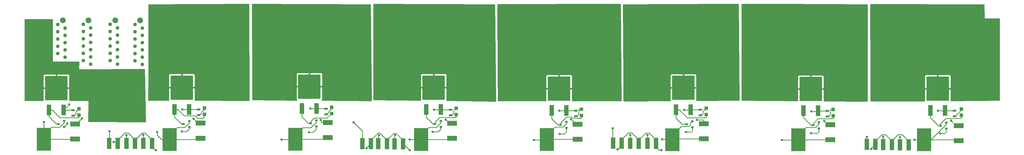
<source format=gbr>
G04 #@! TF.GenerationSoftware,KiCad,Pcbnew,5.0.2-bee76a0~70~ubuntu16.04.1*
G04 #@! TF.CreationDate,2019-11-05T16:08:15-05:00*
G04 #@! TF.ProjectId,DA_Board_2,44415f42-6f61-4726-945f-322e6b696361,rev?*
G04 #@! TF.SameCoordinates,Original*
G04 #@! TF.FileFunction,Copper,L1,Top*
G04 #@! TF.FilePolarity,Positive*
%FSLAX46Y46*%
G04 Gerber Fmt 4.6, Leading zero omitted, Abs format (unit mm)*
G04 Created by KiCad (PCBNEW 5.0.2-bee76a0~70~ubuntu16.04.1) date Tue 05 Nov 2019 04:08:15 PM EST*
%MOMM*%
%LPD*%
G01*
G04 APERTURE LIST*
G04 #@! TA.AperFunction,SMDPad,CuDef*
%ADD10R,1.200000X1.200000*%
G04 #@! TD*
G04 #@! TA.AperFunction,SMDPad,CuDef*
%ADD11R,3.500000X1.780000*%
G04 #@! TD*
G04 #@! TA.AperFunction,ComponentPad*
%ADD12C,1.300000*%
G04 #@! TD*
G04 #@! TA.AperFunction,ComponentPad*
%ADD13C,2.000000*%
G04 #@! TD*
G04 #@! TA.AperFunction,SMDPad,CuDef*
%ADD14R,1.650000X3.810000*%
G04 #@! TD*
G04 #@! TA.AperFunction,SMDPad,CuDef*
%ADD15R,7.870000X8.510000*%
G04 #@! TD*
G04 #@! TA.AperFunction,SMDPad,CuDef*
%ADD16R,1.300000X0.700000*%
G04 #@! TD*
G04 #@! TA.AperFunction,SMDPad,CuDef*
%ADD17R,1.500000X4.000000*%
G04 #@! TD*
G04 #@! TA.AperFunction,SMDPad,CuDef*
%ADD18R,0.900000X0.800000*%
G04 #@! TD*
G04 #@! TA.AperFunction,SMDPad,CuDef*
%ADD19R,5.000000X8.000000*%
G04 #@! TD*
G04 #@! TA.AperFunction,ViaPad*
%ADD20C,0.800000*%
G04 #@! TD*
G04 #@! TA.AperFunction,Conductor*
%ADD21C,0.254000*%
G04 #@! TD*
G04 APERTURE END LIST*
D10*
G04 #@! TO.P,D1,1*
G04 #@! TO.N,Net-(D1-Pad1)*
X303631600Y-125798400D03*
G04 #@! TO.P,D1,2*
G04 #@! TO.N,Net-(D1-Pad2)*
X303631600Y-127998400D03*
G04 #@! TD*
G04 #@! TO.P,D3,2*
G04 #@! TO.N,Net-(D3-Pad2)*
X259029200Y-128143000D03*
G04 #@! TO.P,D3,1*
G04 #@! TO.N,Net-(D3-Pad1)*
X259029200Y-125943000D03*
G04 #@! TD*
G04 #@! TO.P,D5,1*
G04 #@! TO.N,Net-(D5-Pad1)*
X214960200Y-125519000D03*
G04 #@! TO.P,D5,2*
G04 #@! TO.N,Net-(D5-Pad2)*
X214960200Y-127719000D03*
G04 #@! TD*
G04 #@! TO.P,D7,1*
G04 #@! TO.N,Net-(D7-Pad1)*
X171627800Y-125823800D03*
G04 #@! TO.P,D7,2*
G04 #@! TO.N,Net-(D7-Pad2)*
X171627800Y-128023800D03*
G04 #@! TD*
G04 #@! TO.P,D9,2*
G04 #@! TO.N,Net-(D9-Pad2)*
X128117600Y-127693600D03*
G04 #@! TO.P,D9,1*
G04 #@! TO.N,Net-(D9-Pad1)*
X128117600Y-125493600D03*
G04 #@! TD*
G04 #@! TO.P,D11,2*
G04 #@! TO.N,Net-(D11-Pad2)*
X84785200Y-127388800D03*
G04 #@! TO.P,D11,1*
G04 #@! TO.N,Net-(D11-Pad1)*
X84785200Y-125188800D03*
G04 #@! TD*
G04 #@! TO.P,D13,2*
G04 #@! TO.N,Net-(D13-Pad2)*
X40614600Y-127617400D03*
G04 #@! TO.P,D13,1*
G04 #@! TO.N,Net-(D13-Pad1)*
X40614600Y-125417400D03*
G04 #@! TD*
G04 #@! TO.P,D15,1*
G04 #@! TO.N,Net-(D15-Pad1)*
X-2997200Y-125689000D03*
G04 #@! TO.P,D15,2*
G04 #@! TO.N,Net-(D15-Pad2)*
X-2997200Y-127889000D03*
G04 #@! TD*
D11*
G04 #@! TO.P,F1,2*
G04 #@! TO.N,/C1*
X302641000Y-131626000D03*
G04 #@! TO.P,F1,1*
G04 #@! TO.N,/PWR2*
X302641000Y-136906000D03*
G04 #@! TD*
G04 #@! TO.P,F3,1*
G04 #@! TO.N,/PWR4*
X258064000Y-136550400D03*
G04 #@! TO.P,F3,2*
G04 #@! TO.N,/C3*
X258064000Y-131270400D03*
G04 #@! TD*
G04 #@! TO.P,F5,2*
G04 #@! TO.N,/C5*
X214096600Y-130914800D03*
G04 #@! TO.P,F5,1*
G04 #@! TO.N,/PWR6*
X214096600Y-136194800D03*
G04 #@! TD*
G04 #@! TO.P,F7,1*
G04 #@! TO.N,/PWR8*
X170205400Y-136372600D03*
G04 #@! TO.P,F7,2*
G04 #@! TO.N,/C7*
X170205400Y-131092600D03*
G04 #@! TD*
G04 #@! TO.P,F9,2*
G04 #@! TO.N,/C9*
X126644400Y-130762400D03*
G04 #@! TO.P,F9,1*
G04 #@! TO.N,/PWR10*
X126644400Y-136042400D03*
G04 #@! TD*
G04 #@! TO.P,F11,1*
G04 #@! TO.N,/PWR12*
X83489800Y-135763000D03*
G04 #@! TO.P,F11,2*
G04 #@! TO.N,/C11*
X83489800Y-130483000D03*
G04 #@! TD*
G04 #@! TO.P,F13,2*
G04 #@! TO.N,/C13*
X39293800Y-130711600D03*
G04 #@! TO.P,F13,1*
G04 #@! TO.N,/PWR14*
X39293800Y-135991600D03*
G04 #@! TD*
G04 #@! TO.P,F15,1*
G04 #@! TO.N,/PWR16*
X-4343400Y-136296400D03*
G04 #@! TO.P,F15,2*
G04 #@! TO.N,/C15*
X-4343400Y-131016400D03*
G04 #@! TD*
D12*
G04 #@! TO.P,J1,5*
G04 #@! TO.N,/C11_T2*
X-1473200Y-101244400D03*
G04 #@! TO.P,J1,3*
G04 #@! TO.N,/PWR10*
X-1473200Y-98704400D03*
G04 #@! TO.P,J1,1*
G04 #@! TO.N,/PWR9*
X-1473200Y-96164400D03*
G04 #@! TO.P,J1,7*
G04 #@! TO.N,/C11*
X-1473200Y-103784400D03*
G04 #@! TO.P,J1,2*
G04 #@! TO.N,/Q9*
X1066800Y-97434400D03*
G04 #@! TO.P,J1,4*
G04 #@! TO.N,/C11_T3*
X1066800Y-99974400D03*
G04 #@! TO.P,J1,6*
G04 #@! TO.N,/C11_T1*
X1066800Y-102514400D03*
G04 #@! TO.P,J1,8*
G04 #@! TO.N,/PWR11*
X1066800Y-105054400D03*
G04 #@! TO.P,J1,9*
G04 #@! TO.N,/Q11*
X-1473200Y-106324400D03*
G04 #@! TO.P,J1,10*
G04 #@! TO.N,/PWR12*
X1066800Y-107594400D03*
G04 #@! TO.P,J1,11*
G04 #@! TO.N,/C13*
X-1473200Y-108864400D03*
G04 #@! TO.P,J1,12*
G04 #@! TO.N,/PWR13*
X1066800Y-110134400D03*
D13*
G04 #@! TO.P,J1,13*
G04 #@! TO.N,N/C*
X326800Y-94764400D03*
G04 #@! TD*
G04 #@! TO.P,J2,13*
G04 #@! TO.N,N/C*
X9610500Y-94751700D03*
D12*
G04 #@! TO.P,J2,12*
G04 #@! TO.N,/C9*
X10350500Y-110121700D03*
G04 #@! TO.P,J2,11*
G04 #@! TO.N,/PWR8*
X7810500Y-108851700D03*
G04 #@! TO.P,J2,10*
G04 #@! TO.N,/Q7*
X10350500Y-107581700D03*
G04 #@! TO.P,J2,9*
G04 #@! TO.N,/PWR7*
X7810500Y-106311700D03*
G04 #@! TO.P,J2,8*
G04 #@! TO.N,/C7*
X10350500Y-105041700D03*
G04 #@! TO.P,J2,6*
G04 #@! TO.N,/C7_T2*
X10350500Y-102501700D03*
G04 #@! TO.P,J2,4*
G04 #@! TO.N,/PWR6*
X10350500Y-99961700D03*
G04 #@! TO.P,J2,2*
G04 #@! TO.N,/PWR5*
X10350500Y-97421700D03*
G04 #@! TO.P,J2,7*
G04 #@! TO.N,/C7_T1*
X7810500Y-103771700D03*
G04 #@! TO.P,J2,1*
G04 #@! TO.N,Net-(J2-Pad1)*
X7810500Y-96151700D03*
G04 #@! TO.P,J2,3*
G04 #@! TO.N,/Q5*
X7810500Y-98691700D03*
G04 #@! TO.P,J2,5*
G04 #@! TO.N,/C7_T3*
X7810500Y-101231700D03*
G04 #@! TD*
G04 #@! TO.P,J3,5*
G04 #@! TO.N,/C15_T1*
X-10388600Y-101269800D03*
G04 #@! TO.P,J3,3*
G04 #@! TO.N,/C15_T3*
X-10388600Y-98729800D03*
G04 #@! TO.P,J3,1*
G04 #@! TO.N,/Q13*
X-10388600Y-96189800D03*
G04 #@! TO.P,J3,7*
G04 #@! TO.N,/PWR16*
X-10388600Y-103809800D03*
G04 #@! TO.P,J3,2*
G04 #@! TO.N,/PWR14*
X-7848600Y-97459800D03*
G04 #@! TO.P,J3,4*
G04 #@! TO.N,/C15_T2*
X-7848600Y-99999800D03*
G04 #@! TO.P,J3,6*
G04 #@! TO.N,/GND1*
X-7848600Y-102539800D03*
G04 #@! TO.P,J3,8*
G04 #@! TO.N,/C15*
X-7848600Y-105079800D03*
G04 #@! TO.P,J3,9*
G04 #@! TO.N,/Q15*
X-10388600Y-106349800D03*
G04 #@! TO.P,J3,10*
G04 #@! TO.N,/PWR15*
X-7848600Y-107619800D03*
D13*
G04 #@! TO.P,J3,11*
G04 #@! TO.N,N/C*
X-8588600Y-94789800D03*
G04 #@! TD*
D12*
G04 #@! TO.P,J4,5*
G04 #@! TO.N,/C3_T3*
X16446500Y-101282500D03*
G04 #@! TO.P,J4,3*
G04 #@! TO.N,/Q1*
X16446500Y-98742500D03*
G04 #@! TO.P,J4,1*
G04 #@! TO.N,/C1*
X16446500Y-96202500D03*
G04 #@! TO.P,J4,7*
G04 #@! TO.N,/C3_T1*
X16446500Y-103822500D03*
G04 #@! TO.P,J4,2*
G04 #@! TO.N,/PWR1*
X18986500Y-97472500D03*
G04 #@! TO.P,J4,4*
G04 #@! TO.N,/PWR2*
X18986500Y-100012500D03*
G04 #@! TO.P,J4,6*
G04 #@! TO.N,/C3_T2*
X18986500Y-102552500D03*
G04 #@! TO.P,J4,8*
G04 #@! TO.N,/C3*
X18986500Y-105092500D03*
G04 #@! TO.P,J4,9*
G04 #@! TO.N,/PWR3*
X16446500Y-106362500D03*
G04 #@! TO.P,J4,10*
G04 #@! TO.N,/Q3*
X18986500Y-107632500D03*
G04 #@! TO.P,J4,11*
G04 #@! TO.N,/PWR4*
X16446500Y-108902500D03*
G04 #@! TO.P,J4,12*
G04 #@! TO.N,/C5*
X18986500Y-110172500D03*
D13*
G04 #@! TO.P,J4,13*
G04 #@! TO.N,N/C*
X18246500Y-94802500D03*
G04 #@! TD*
D14*
G04 #@! TO.P,R1,1*
G04 #@! TO.N,Net-(D1-Pad2)*
X292811200Y-126293800D03*
G04 #@! TO.P,R1,2*
G04 #@! TO.N,/PWR1*
X297891200Y-126293800D03*
D15*
G04 #@! TO.P,R1,EP*
G04 #@! TO.N,Net-(R1-PadEP)*
X295351200Y-118668800D03*
G04 #@! TD*
G04 #@! TO.P,R3,EP*
G04 #@! TO.N,Net-(R3-PadEP)*
X251231400Y-118770400D03*
D14*
G04 #@! TO.P,R3,2*
G04 #@! TO.N,/PWR3*
X253771400Y-126395400D03*
G04 #@! TO.P,R3,1*
G04 #@! TO.N,Net-(D3-Pad2)*
X248691400Y-126395400D03*
G04 #@! TD*
G04 #@! TO.P,R5,1*
G04 #@! TO.N,Net-(D5-Pad2)*
X204470000Y-125989000D03*
G04 #@! TO.P,R5,2*
G04 #@! TO.N,/PWR5*
X209550000Y-125989000D03*
D15*
G04 #@! TO.P,R5,EP*
G04 #@! TO.N,Net-(R5-PadEP)*
X207010000Y-118364000D03*
G04 #@! TD*
G04 #@! TO.P,R7,EP*
G04 #@! TO.N,Net-(R7-PadEP)*
X163779200Y-118643400D03*
D14*
G04 #@! TO.P,R7,2*
G04 #@! TO.N,/PWR7*
X166319200Y-126268400D03*
G04 #@! TO.P,R7,1*
G04 #@! TO.N,Net-(D7-Pad2)*
X161239200Y-126268400D03*
G04 #@! TD*
G04 #@! TO.P,R9,1*
G04 #@! TO.N,Net-(D9-Pad2)*
X117703600Y-125938200D03*
G04 #@! TO.P,R9,2*
G04 #@! TO.N,/PWR9*
X122783600Y-125938200D03*
D15*
G04 #@! TO.P,R9,EP*
G04 #@! TO.N,Net-(R9-PadEP)*
X120243600Y-118313200D03*
G04 #@! TD*
D14*
G04 #@! TO.P,R11,1*
G04 #@! TO.N,Net-(D11-Pad2)*
X74523600Y-125608000D03*
G04 #@! TO.P,R11,2*
G04 #@! TO.N,/PWR11*
X79603600Y-125608000D03*
D15*
G04 #@! TO.P,R11,EP*
G04 #@! TO.N,Net-(R11-PadEP)*
X77063600Y-117983000D03*
G04 #@! TD*
G04 #@! TO.P,R13,EP*
G04 #@! TO.N,Net-(R13-PadEP)*
X32766000Y-118287800D03*
D14*
G04 #@! TO.P,R13,2*
G04 #@! TO.N,/PWR13*
X35306000Y-125912800D03*
G04 #@! TO.P,R13,1*
G04 #@! TO.N,Net-(D13-Pad2)*
X30226000Y-125912800D03*
G04 #@! TD*
D15*
G04 #@! TO.P,R15,EP*
G04 #@! TO.N,Net-(R15-PadEP)*
X-10845800Y-118465600D03*
D14*
G04 #@! TO.P,R15,2*
G04 #@! TO.N,/PWR15*
X-8305800Y-126090600D03*
G04 #@! TO.P,R15,1*
G04 #@! TO.N,Net-(D15-Pad2)*
X-13385800Y-126090600D03*
G04 #@! TD*
D16*
G04 #@! TO.P,R31,1*
G04 #@! TO.N,Net-(D1-Pad1)*
X301193200Y-128280200D03*
G04 #@! TO.P,R31,2*
G04 #@! TO.N,/PWR1*
X301193200Y-126380200D03*
G04 #@! TD*
G04 #@! TO.P,R33,2*
G04 #@! TO.N,/PWR3*
X257048000Y-126481800D03*
G04 #@! TO.P,R33,1*
G04 #@! TO.N,Net-(D3-Pad1)*
X257048000Y-128381800D03*
G04 #@! TD*
G04 #@! TO.P,R35,2*
G04 #@! TO.N,/PWR5*
X212953600Y-126050000D03*
G04 #@! TO.P,R35,1*
G04 #@! TO.N,Net-(D5-Pad1)*
X212953600Y-127950000D03*
G04 #@! TD*
G04 #@! TO.P,R37,1*
G04 #@! TO.N,Net-(D7-Pad1)*
X169672000Y-128280200D03*
G04 #@! TO.P,R37,2*
G04 #@! TO.N,/PWR7*
X169672000Y-126380200D03*
G04 #@! TD*
G04 #@! TO.P,R39,2*
G04 #@! TO.N,/PWR9*
X126136400Y-126034800D03*
G04 #@! TO.P,R39,1*
G04 #@! TO.N,Net-(D9-Pad1)*
X126136400Y-127934800D03*
G04 #@! TD*
G04 #@! TO.P,R41,1*
G04 #@! TO.N,Net-(D11-Pad1)*
X82854800Y-127630000D03*
G04 #@! TO.P,R41,2*
G04 #@! TO.N,/PWR11*
X82854800Y-125730000D03*
G04 #@! TD*
G04 #@! TO.P,R43,2*
G04 #@! TO.N,/PWR13*
X38608000Y-125973800D03*
G04 #@! TO.P,R43,1*
G04 #@! TO.N,Net-(D13-Pad1)*
X38608000Y-127873800D03*
G04 #@! TD*
G04 #@! TO.P,R45,1*
G04 #@! TO.N,Net-(D15-Pad1)*
X-5003800Y-128127800D03*
G04 #@! TO.P,R45,2*
G04 #@! TO.N,/PWR15*
X-5003800Y-126227800D03*
G04 #@! TD*
D17*
G04 #@! TO.P,RT31,2*
G04 #@! TO.N,/GND1*
X273738600Y-138150600D03*
G04 #@! TO.P,RT31,1*
G04 #@! TO.N,/C3_T1*
X270738600Y-138150600D03*
G04 #@! TD*
G04 #@! TO.P,RT32,1*
G04 #@! TO.N,/C3_T2*
X276425400Y-138226800D03*
G04 #@! TO.P,RT32,2*
G04 #@! TO.N,/GND1*
X279425400Y-138226800D03*
G04 #@! TD*
G04 #@! TO.P,RT33,2*
G04 #@! TO.N,/GND1*
X285268800Y-138303000D03*
G04 #@! TO.P,RT33,1*
G04 #@! TO.N,/C3_T3*
X282268800Y-138303000D03*
G04 #@! TD*
G04 #@! TO.P,RT71,1*
G04 #@! TO.N,/C7_T1*
X182575200Y-137706100D03*
G04 #@! TO.P,RT71,2*
G04 #@! TO.N,/GND1*
X185575200Y-137706100D03*
G04 #@! TD*
G04 #@! TO.P,RT72,2*
G04 #@! TO.N,/GND1*
X191511000Y-137782300D03*
G04 #@! TO.P,RT72,1*
G04 #@! TO.N,/C7_T2*
X188511000Y-137782300D03*
G04 #@! TD*
G04 #@! TO.P,RT73,1*
G04 #@! TO.N,/C7_T3*
X194513200Y-137833100D03*
G04 #@! TO.P,RT73,2*
G04 #@! TO.N,/GND1*
X197513200Y-137833100D03*
G04 #@! TD*
G04 #@! TO.P,RT111,2*
G04 #@! TO.N,/GND1*
X98464500Y-137883900D03*
G04 #@! TO.P,RT111,1*
G04 #@! TO.N,/C11_T1*
X95464500Y-137883900D03*
G04 #@! TD*
G04 #@! TO.P,RT112,1*
G04 #@! TO.N,/C11_T2*
X101003100Y-137909300D03*
G04 #@! TO.P,RT112,2*
G04 #@! TO.N,/GND1*
X104003100Y-137909300D03*
G04 #@! TD*
G04 #@! TO.P,RT113,2*
G04 #@! TO.N,/GND1*
X109616500Y-137960100D03*
G04 #@! TO.P,RT113,1*
G04 #@! TO.N,/C11_T3*
X106616500Y-137960100D03*
G04 #@! TD*
G04 #@! TO.P,RT151,1*
G04 #@! TO.N,/C15_T1*
X7515600Y-137769600D03*
G04 #@! TO.P,RT151,2*
G04 #@! TO.N,/GND1*
X10515600Y-137769600D03*
G04 #@! TD*
G04 #@! TO.P,RT152,2*
G04 #@! TO.N,/GND1*
X16484600Y-137795000D03*
G04 #@! TO.P,RT152,1*
G04 #@! TO.N,/C15_T2*
X13484600Y-137795000D03*
G04 #@! TD*
G04 #@! TO.P,RT153,1*
G04 #@! TO.N,/C15_T3*
X19404200Y-137820400D03*
G04 #@! TO.P,RT153,2*
G04 #@! TO.N,/GND1*
X22404200Y-137820400D03*
G04 #@! TD*
D18*
G04 #@! TO.P,Q1,3*
G04 #@! TO.N,Net-(D1-Pad2)*
X296316400Y-131597400D03*
G04 #@! TO.P,Q1,1*
G04 #@! TO.N,/Q1*
X298316400Y-132647400D03*
G04 #@! TO.P,Q1,2*
G04 #@! TO.N,/PWR2*
X298316400Y-130547400D03*
G04 #@! TD*
G04 #@! TO.P,Q3,2*
G04 #@! TO.N,/PWR4*
X254095000Y-130420400D03*
G04 #@! TO.P,Q3,1*
G04 #@! TO.N,/Q3*
X254095000Y-132520400D03*
G04 #@! TO.P,Q3,3*
G04 #@! TO.N,Net-(D3-Pad2)*
X252095000Y-131470400D03*
G04 #@! TD*
G04 #@! TO.P,Q5,3*
G04 #@! TO.N,Net-(D5-Pad2)*
X208159600Y-131123400D03*
G04 #@! TO.P,Q5,1*
G04 #@! TO.N,/Q5*
X210159600Y-132173400D03*
G04 #@! TO.P,Q5,2*
G04 #@! TO.N,/PWR6*
X210159600Y-130073400D03*
G04 #@! TD*
G04 #@! TO.P,Q7,3*
G04 #@! TO.N,Net-(D7-Pad2)*
X164338000Y-131318000D03*
G04 #@! TO.P,Q7,1*
G04 #@! TO.N,/Q7*
X166338000Y-132368000D03*
G04 #@! TO.P,Q7,2*
G04 #@! TO.N,/PWR8*
X166338000Y-130268000D03*
G04 #@! TD*
G04 #@! TO.P,Q9,2*
G04 #@! TO.N,/PWR10*
X122751600Y-129937800D03*
G04 #@! TO.P,Q9,1*
G04 #@! TO.N,/Q9*
X122751600Y-132037800D03*
G04 #@! TO.P,Q9,3*
G04 #@! TO.N,Net-(D9-Pad2)*
X120751600Y-130987800D03*
G04 #@! TD*
G04 #@! TO.P,Q11,2*
G04 #@! TO.N,/PWR12*
X79495400Y-129760000D03*
G04 #@! TO.P,Q11,1*
G04 #@! TO.N,/Q11*
X79495400Y-131860000D03*
G04 #@! TO.P,Q11,3*
G04 #@! TO.N,Net-(D11-Pad2)*
X77495400Y-130810000D03*
G04 #@! TD*
G04 #@! TO.P,Q13,2*
G04 #@! TO.N,/PWR14*
X35324800Y-129988600D03*
G04 #@! TO.P,Q13,1*
G04 #@! TO.N,/Q13*
X35324800Y-132088600D03*
G04 #@! TO.P,Q13,3*
G04 #@! TO.N,Net-(D13-Pad2)*
X33324800Y-131038600D03*
G04 #@! TD*
G04 #@! TO.P,Q15,3*
G04 #@! TO.N,Net-(D15-Pad2)*
X-10185400Y-131013200D03*
G04 #@! TO.P,Q15,1*
G04 #@! TO.N,/Q15*
X-8185400Y-132063200D03*
G04 #@! TO.P,Q15,2*
G04 #@! TO.N,/PWR16*
X-8185400Y-129963200D03*
G04 #@! TD*
D19*
G04 #@! TO.P,T1,1*
G04 #@! TO.N,/PWR2*
X290601400Y-136525000D03*
G04 #@! TD*
G04 #@! TO.P,T3,1*
G04 #@! TO.N,/PWR4*
X246913400Y-136499600D03*
G04 #@! TD*
G04 #@! TO.P,T5,1*
G04 #@! TO.N,/PWR6*
X203200000Y-136499600D03*
G04 #@! TD*
G04 #@! TO.P,T7,1*
G04 #@! TO.N,/PWR8*
X159537400Y-136474200D03*
G04 #@! TD*
G04 #@! TO.P,T9,1*
G04 #@! TO.N,/PWR10*
X115849400Y-136474200D03*
G04 #@! TD*
G04 #@! TO.P,T11,1*
G04 #@! TO.N,/PWR12*
X72161400Y-136398000D03*
G04 #@! TD*
G04 #@! TO.P,T13,1*
G04 #@! TO.N,/PWR14*
X28473400Y-136448800D03*
G04 #@! TD*
G04 #@! TO.P,T15,1*
G04 #@! TO.N,/PWR16*
X-15214600Y-136372600D03*
G04 #@! TD*
D20*
G04 #@! TO.N,/C1*
X300046662Y-129857500D03*
G04 #@! TO.N,/PWR2*
X287261300Y-136486900D03*
G04 #@! TO.N,/PWR4*
X241300000Y-136652000D03*
G04 #@! TO.N,/C3*
X255892300Y-129895600D03*
G04 #@! TO.N,/C5*
X211759800Y-129555800D03*
G04 #@! TO.N,/PWR6*
X199580500Y-136372600D03*
G04 #@! TO.N,/PWR8*
X155054300Y-136575800D03*
G04 #@! TO.N,/C7*
X167932100Y-129311400D03*
G04 #@! TO.N,/C9*
X124460000Y-129463800D03*
G04 #@! TO.N,/PWR10*
X111912400Y-136448800D03*
G04 #@! TO.N,/PWR12*
X67398900Y-136448800D03*
G04 #@! TO.N,/C11*
X81038700Y-129603500D03*
G04 #@! TO.N,/C13*
X36830000Y-129133600D03*
G04 #@! TO.N,/PWR14*
X24180800Y-133781800D03*
G04 #@! TO.N,/PWR16*
X-15214600Y-130378200D03*
G04 #@! TO.N,/C15*
X-1930400Y-129057400D03*
G04 #@! TO.N,/C15_T3*
X19405600Y-134874000D03*
G04 #@! TO.N,/C15_T2*
X13487400Y-134924800D03*
G04 #@! TO.N,/C15_T1*
X7569200Y-133527800D03*
G04 #@! TO.N,/C11_T3*
X106817733Y-134940600D03*
G04 #@! TO.N,/PWR13*
X32893000Y-125907800D03*
G04 #@! TO.N,/PWR15*
X-6350000Y-124180600D03*
G04 #@! TO.N,/C3_T1*
X270738600Y-135496300D03*
G04 #@! TO.N,/C3_T3*
X282295600Y-135559800D03*
G04 #@! TO.N,/C7_T2*
X188544200Y-134861300D03*
G04 #@! TO.N,/C11_T1*
X92430600Y-130416300D03*
G04 #@! TO.N,/C3_T2*
X276428200Y-135521700D03*
G04 #@! TO.N,/C11_T2*
X101229450Y-134915200D03*
G04 #@! TO.N,/C7_T3*
X194551300Y-134924800D03*
G04 #@! TO.N,/C7_T1*
X182460900Y-132588000D03*
G04 #@! TO.N,/Q7*
X164058600Y-134531100D03*
G04 #@! TO.N,/Q11*
X76898500Y-133934200D03*
G04 #@! TO.N,/Q15*
X-7061200Y-130860800D03*
G04 #@! TO.N,/Q3*
X251358400Y-134213600D03*
G04 #@! TO.N,/Q13*
X32715200Y-133629400D03*
G04 #@! TO.N,/Q9*
X119900700Y-133718300D03*
G04 #@! TO.N,/Q5*
X207886300Y-133794500D03*
G04 #@! TO.N,/Q1*
X296260867Y-134285067D03*
G04 #@! TO.N,/GND1*
X9017000Y-137261600D03*
X23761700Y-140169900D03*
X96939100Y-139522200D03*
X111912400Y-140157200D03*
X184099200Y-139928600D03*
X199351900Y-140131800D03*
X272275300Y-139776200D03*
G04 #@! TO.N,/PWR11*
X77343000Y-125577600D03*
G04 #@! TO.N,/PWR9*
X120396000Y-126047500D03*
G04 #@! TO.N,/PWR7*
X163931600Y-126403100D03*
G04 #@! TO.N,/PWR5*
X207225900Y-126085600D03*
G04 #@! TO.N,/PWR3*
X251409200Y-126580900D03*
G04 #@! TO.N,/PWR1*
X295490900Y-126377700D03*
G04 #@! TD*
D21*
G04 #@! TO.N,Net-(D1-Pad1)*
X303631600Y-126141800D02*
X301493200Y-128280200D01*
X301493200Y-128280200D02*
X301193200Y-128280200D01*
X303631600Y-125798400D02*
X303631600Y-126141800D01*
G04 #@! TO.N,Net-(D1-Pad2)*
X296316400Y-130943400D02*
X296316400Y-131597400D01*
X297439401Y-129820399D02*
X296316400Y-130943400D01*
X303631600Y-127998400D02*
X303631600Y-128852400D01*
X298153400Y-129106400D02*
X297439401Y-129820399D01*
X303377600Y-129106400D02*
X298153400Y-129106400D01*
X303631600Y-128852400D02*
X303377600Y-129106400D01*
X292811200Y-128796200D02*
X292811200Y-126293800D01*
X295612400Y-131597400D02*
X292811200Y-128796200D01*
X296316400Y-131597400D02*
X295612400Y-131597400D01*
G04 #@! TO.N,Net-(D3-Pad2)*
X248691400Y-128554400D02*
X248691400Y-126395400D01*
X248691400Y-128770800D02*
X248691400Y-128554400D01*
X251391000Y-131470400D02*
X248691400Y-128770800D01*
X252095000Y-131470400D02*
X251391000Y-131470400D01*
X252095000Y-130816400D02*
X252095000Y-131470400D01*
X258857601Y-129168599D02*
X253742801Y-129168599D01*
X259029200Y-128997000D02*
X258857601Y-129168599D01*
X253742801Y-129168599D02*
X252095000Y-130816400D01*
X259029200Y-128143000D02*
X259029200Y-128997000D01*
G04 #@! TO.N,Net-(D3-Pad1)*
X258175200Y-125943000D02*
X259029200Y-125943000D01*
X258025001Y-126093199D02*
X258175200Y-125943000D01*
X258025001Y-127704799D02*
X258025001Y-126093199D01*
X257348000Y-128381800D02*
X258025001Y-127704799D01*
X257048000Y-128381800D02*
X257348000Y-128381800D01*
G04 #@! TO.N,Net-(D5-Pad1)*
X213857600Y-126621600D02*
X214960200Y-125519000D01*
X213253600Y-127950000D02*
X213857600Y-127346000D01*
X213857600Y-127346000D02*
X213857600Y-126621600D01*
X212953600Y-127950000D02*
X213253600Y-127950000D01*
G04 #@! TO.N,Net-(D5-Pad2)*
X208109600Y-131123400D02*
X208101000Y-131114800D01*
X208159600Y-131123400D02*
X208109600Y-131123400D01*
X208101000Y-131114800D02*
X206603600Y-131114800D01*
X204470000Y-128981200D02*
X204470000Y-125989000D01*
X206603600Y-131114800D02*
X204470000Y-128981200D01*
X205549000Y-125989000D02*
X208388800Y-128828800D01*
X204470000Y-125989000D02*
X205549000Y-125989000D01*
X214704400Y-128828800D02*
X214960200Y-128573000D01*
X214960200Y-128573000D02*
X214960200Y-127719000D01*
X208388800Y-128828800D02*
X214704400Y-128828800D01*
G04 #@! TO.N,Net-(D7-Pad1)*
X170773800Y-125823800D02*
X171627800Y-125823800D01*
X170649001Y-125948599D02*
X170773800Y-125823800D01*
X170649001Y-127603199D02*
X170649001Y-125948599D01*
X169972000Y-128280200D02*
X170649001Y-127603199D01*
X169672000Y-128280200D02*
X169972000Y-128280200D01*
G04 #@! TO.N,Net-(D7-Pad2)*
X163398200Y-131318000D02*
X164338000Y-131318000D01*
X161239200Y-129159000D02*
X163398200Y-131318000D01*
X161239200Y-126268400D02*
X161239200Y-129159000D01*
X166417601Y-128584399D02*
X164338000Y-130664000D01*
X164338000Y-130664000D02*
X164338000Y-131318000D01*
X168281061Y-128584399D02*
X166417601Y-128584399D01*
X168653863Y-128957201D02*
X168281061Y-128584399D01*
X171548399Y-128957201D02*
X168653863Y-128957201D01*
X171627800Y-128877800D02*
X171548399Y-128957201D01*
X171627800Y-128023800D02*
X171627800Y-128877800D01*
G04 #@! TO.N,Net-(D9-Pad2)*
X117703600Y-128643800D02*
X117703600Y-128097200D01*
X120047600Y-130987800D02*
X117703600Y-128643800D01*
X117703600Y-128097200D02*
X117703600Y-125938200D01*
X120751600Y-130987800D02*
X120047600Y-130987800D01*
X120751600Y-130333800D02*
X120751600Y-130987800D01*
X127928401Y-128736799D02*
X122348601Y-128736799D01*
X122348601Y-128736799D02*
X120751600Y-130333800D01*
X128117600Y-128547600D02*
X127928401Y-128736799D01*
X128117600Y-127693600D02*
X128117600Y-128547600D01*
G04 #@! TO.N,Net-(D9-Pad1)*
X127589100Y-126022100D02*
X128117600Y-125493600D01*
X127584200Y-126022100D02*
X127589100Y-126022100D01*
X127113401Y-126492899D02*
X127584200Y-126022100D01*
X127113401Y-127257799D02*
X127113401Y-126492899D01*
X126436400Y-127934800D02*
X127113401Y-127257799D01*
X126136400Y-127934800D02*
X126436400Y-127934800D01*
G04 #@! TO.N,Net-(D11-Pad2)*
X78774901Y-128876499D02*
X77495400Y-130156000D01*
X83196903Y-128876499D02*
X78774901Y-128876499D01*
X77495400Y-130156000D02*
X77495400Y-130810000D01*
X84684602Y-127388800D02*
X83196903Y-128876499D01*
X84785200Y-127388800D02*
X84684602Y-127388800D01*
X74523600Y-127767000D02*
X74523600Y-125608000D01*
X74523600Y-128542200D02*
X74523600Y-127767000D01*
X76791400Y-130810000D02*
X74523600Y-128542200D01*
X77495400Y-130810000D02*
X76791400Y-130810000D01*
G04 #@! TO.N,Net-(D11-Pad1)*
X84785200Y-125699600D02*
X84785200Y-125188800D01*
X83758800Y-127026000D02*
X83758800Y-126726000D01*
X83758800Y-126726000D02*
X84785200Y-125699600D01*
X83154800Y-127630000D02*
X83758800Y-127026000D01*
X82854800Y-127630000D02*
X83154800Y-127630000D01*
G04 #@! TO.N,Net-(D13-Pad2)*
X30226000Y-128643800D02*
X30226000Y-125912800D01*
X32620800Y-131038600D02*
X30226000Y-128643800D01*
X33324800Y-131038600D02*
X32620800Y-131038600D01*
X30226000Y-125912800D02*
X31305000Y-125912800D01*
X40614600Y-128471400D02*
X40614600Y-127617400D01*
X40104800Y-128981200D02*
X40614600Y-128471400D01*
X37426900Y-128168400D02*
X38239700Y-128981200D01*
X33560600Y-128168400D02*
X37426900Y-128168400D01*
X31305000Y-125912800D02*
X33560600Y-128168400D01*
X38239700Y-128981200D02*
X40104800Y-128981200D01*
G04 #@! TO.N,Net-(D13-Pad1)*
X40614600Y-125867200D02*
X40614600Y-125417400D01*
X39512000Y-127269800D02*
X39512000Y-126969800D01*
X39512000Y-126969800D02*
X40614600Y-125867200D01*
X38908000Y-127873800D02*
X39512000Y-127269800D01*
X38608000Y-127873800D02*
X38908000Y-127873800D01*
G04 #@! TO.N,Net-(D15-Pad1)*
X-4099800Y-126791600D02*
X-2997200Y-125689000D01*
X-4099800Y-127523800D02*
X-4099800Y-126791600D01*
X-4703800Y-128127800D02*
X-4099800Y-127523800D01*
X-5003800Y-128127800D02*
X-4703800Y-128127800D01*
G04 #@! TO.N,Net-(D15-Pad2)*
X-13385800Y-128516800D02*
X-13385800Y-128249600D01*
X-10889400Y-131013200D02*
X-13385800Y-128516800D01*
X-13385800Y-128249600D02*
X-13385800Y-126090600D01*
X-10185400Y-131013200D02*
X-10889400Y-131013200D01*
X-12306800Y-126090600D02*
X-13385800Y-126090600D01*
X-9592599Y-128804801D02*
X-12306800Y-126090600D01*
X-2997200Y-128743000D02*
X-3059001Y-128804801D01*
X-3059001Y-128804801D02*
X-9592599Y-128804801D01*
X-2997200Y-127889000D02*
X-2997200Y-128743000D01*
G04 #@! TO.N,/C1*
X300046662Y-129891662D02*
X300046662Y-129857500D01*
X301781000Y-131626000D02*
X300046662Y-129891662D01*
X302641000Y-131626000D02*
X301781000Y-131626000D01*
G04 #@! TO.N,/PWR2*
X302260000Y-136525000D02*
X302641000Y-136906000D01*
X290601400Y-136525000D02*
X302260000Y-136525000D01*
X292992800Y-136525000D02*
X298316400Y-131201400D01*
X298316400Y-131201400D02*
X298316400Y-130547400D01*
X290601400Y-136525000D02*
X292992800Y-136525000D01*
X287299400Y-136525000D02*
X287261300Y-136486900D01*
X290601400Y-136525000D02*
X287299400Y-136525000D01*
G04 #@! TO.N,/PWR4*
X246761000Y-136652000D02*
X246913400Y-136499600D01*
X241300000Y-136652000D02*
X246761000Y-136652000D01*
X258013200Y-136499600D02*
X258064000Y-136550400D01*
X246913400Y-136499600D02*
X258013200Y-136499600D01*
X246913400Y-134999600D02*
X246913400Y-136499600D01*
X249667400Y-132245600D02*
X246913400Y-134999600D01*
X252923800Y-132245600D02*
X249667400Y-132245600D01*
X254095000Y-131074400D02*
X252923800Y-132245600D01*
X254095000Y-130420400D02*
X254095000Y-131074400D01*
G04 #@! TO.N,/C3*
X257635400Y-131270400D02*
X258064000Y-131270400D01*
X258064000Y-131270400D02*
X257292500Y-131270400D01*
X255917700Y-129895600D02*
X255892300Y-129895600D01*
X257292500Y-131270400D02*
X255917700Y-129895600D01*
G04 #@! TO.N,/C5*
X214096600Y-129770800D02*
X214096600Y-130914800D01*
X213881600Y-129555800D02*
X214096600Y-129770800D01*
X211759800Y-129555800D02*
X213881600Y-129555800D01*
G04 #@! TO.N,/PWR6*
X203073000Y-136372600D02*
X203200000Y-136499600D01*
X199580500Y-136372600D02*
X203073000Y-136372600D01*
X206349199Y-131850401D02*
X203200000Y-134999600D01*
X208871201Y-131850401D02*
X206349199Y-131850401D01*
X203200000Y-134999600D02*
X203200000Y-136499600D01*
X209455600Y-130727400D02*
X209455600Y-131266002D01*
X209455600Y-131266002D02*
X208871201Y-131850401D01*
X210109600Y-130073400D02*
X209455600Y-130727400D01*
X210159600Y-130073400D02*
X210109600Y-130073400D01*
X203504800Y-136194800D02*
X203200000Y-136499600D01*
X214096600Y-136194800D02*
X203504800Y-136194800D01*
G04 #@! TO.N,/PWR8*
X159435800Y-136575800D02*
X159537400Y-136474200D01*
X155054300Y-136575800D02*
X159435800Y-136575800D01*
X165214999Y-132045001D02*
X166338000Y-130922000D01*
X166338000Y-130922000D02*
X166338000Y-130268000D01*
X159537400Y-134974200D02*
X162466599Y-132045001D01*
X162466599Y-132045001D02*
X165214999Y-132045001D01*
X159537400Y-136474200D02*
X159537400Y-134974200D01*
X159639000Y-136372600D02*
X159537400Y-136474200D01*
X170205400Y-136372600D02*
X159639000Y-136372600D01*
G04 #@! TO.N,/C7*
X169713300Y-131092600D02*
X170205400Y-131092600D01*
X167932100Y-129311400D02*
X169713300Y-131092600D01*
G04 #@! TO.N,/C9*
X126644400Y-130762400D02*
X125733200Y-130762400D01*
X124460000Y-129489200D02*
X124460000Y-129463800D01*
X125733200Y-130762400D02*
X124460000Y-129489200D01*
G04 #@! TO.N,/PWR10*
X111937800Y-136474200D02*
X111912400Y-136448800D01*
X115849400Y-136474200D02*
X111937800Y-136474200D01*
X115849400Y-134974200D02*
X115849400Y-136474200D01*
X118603400Y-132220200D02*
X115849400Y-134974200D01*
X121123200Y-132220200D02*
X118603400Y-132220200D01*
X122751600Y-130591800D02*
X121123200Y-132220200D01*
X122751600Y-129937800D02*
X122751600Y-130591800D01*
X126212600Y-136474200D02*
X126644400Y-136042400D01*
X115849400Y-136474200D02*
X126212600Y-136474200D01*
G04 #@! TO.N,/PWR12*
X72110600Y-136448800D02*
X72161400Y-136398000D01*
X67398900Y-136448800D02*
X72110600Y-136448800D01*
X72161400Y-134898000D02*
X74788900Y-132270500D01*
X72161400Y-136398000D02*
X72161400Y-134898000D01*
X79495400Y-130414000D02*
X79495400Y-129760000D01*
X77638900Y-132270500D02*
X79495400Y-130414000D01*
X74788900Y-132270500D02*
X77638900Y-132270500D01*
X82854800Y-136398000D02*
X83489800Y-135763000D01*
X72161400Y-136398000D02*
X82854800Y-136398000D01*
G04 #@! TO.N,/C11*
X83340600Y-130483000D02*
X83489800Y-130483000D01*
X81038700Y-130035900D02*
X81038700Y-129603500D01*
X81485800Y-130483000D02*
X81038700Y-130035900D01*
X83489800Y-130483000D02*
X81485800Y-130483000D01*
G04 #@! TO.N,/C13*
X36855800Y-129133600D02*
X36830000Y-129133600D01*
X38433800Y-130711600D02*
X36855800Y-129133600D01*
X39293800Y-130711600D02*
X38433800Y-130711600D01*
G04 #@! TO.N,/PWR14*
X24180800Y-134347485D02*
X24180800Y-133781800D01*
X24180800Y-134910200D02*
X24180800Y-134347485D01*
X25719400Y-136448800D02*
X24180800Y-134910200D01*
X28473400Y-136448800D02*
X25719400Y-136448800D01*
X38836600Y-136448800D02*
X39293800Y-135991600D01*
X28473400Y-136448800D02*
X38836600Y-136448800D01*
X28473400Y-134948800D02*
X28473400Y-136448800D01*
X31227400Y-132194800D02*
X28473400Y-134948800D01*
X33772600Y-132194800D02*
X31227400Y-132194800D01*
X35324800Y-130642600D02*
X33772600Y-132194800D01*
X35324800Y-129988600D02*
X35324800Y-130642600D01*
G04 #@! TO.N,/PWR16*
X-8185400Y-130617200D02*
X-8185400Y-129963200D01*
X-9686800Y-132118600D02*
X-8185400Y-130617200D01*
X-12460600Y-132118600D02*
X-9686800Y-132118600D01*
X-15214600Y-134872600D02*
X-12460600Y-132118600D01*
X-15214600Y-136372600D02*
X-15214600Y-134872600D01*
X-4419600Y-136372600D02*
X-4343400Y-136296400D01*
X-15214600Y-136372600D02*
X-4419600Y-136372600D01*
X-15214600Y-136372600D02*
X-15214600Y-130378200D01*
G04 #@! TO.N,/C15*
X-3889400Y-131016400D02*
X-4343400Y-131016400D01*
X-1930400Y-129057400D02*
X-3889400Y-131016400D01*
G04 #@! TO.N,/C15_T3*
X19404200Y-134875400D02*
X19405600Y-134874000D01*
X19404200Y-137820400D02*
X19404200Y-134875400D01*
G04 #@! TO.N,/C15_T2*
X13484600Y-134927600D02*
X13487400Y-134924800D01*
X13484600Y-137795000D02*
X13484600Y-134927600D01*
G04 #@! TO.N,/C15_T1*
X7569200Y-137716000D02*
X7515600Y-137769600D01*
X7569200Y-133527800D02*
X7569200Y-137716000D01*
G04 #@! TO.N,/C11_T3*
X106616500Y-135141833D02*
X106817733Y-134940600D01*
X106616500Y-137960100D02*
X106616500Y-135141833D01*
G04 #@! TO.N,/PWR13*
X38547000Y-125912800D02*
X38608000Y-125973800D01*
X35306000Y-125912800D02*
X38547000Y-125912800D01*
X35301000Y-125907800D02*
X35306000Y-125912800D01*
X32893000Y-125907800D02*
X35301000Y-125907800D01*
G04 #@! TO.N,/PWR15*
X-5141000Y-126090600D02*
X-5003800Y-126227800D01*
X-8305800Y-126090600D02*
X-5141000Y-126090600D01*
X-8260000Y-126090600D02*
X-8305800Y-126090600D01*
X-6350000Y-124180600D02*
X-8260000Y-126090600D01*
G04 #@! TO.N,/C3_T1*
X270522700Y-137934700D02*
X270738600Y-138150600D01*
X270738600Y-138150600D02*
X270738600Y-135496300D01*
G04 #@! TO.N,/C3_T3*
X282295600Y-138276200D02*
X282268800Y-138303000D01*
X282295600Y-135559800D02*
X282295600Y-138276200D01*
G04 #@! TO.N,/C7_T2*
X188511000Y-134894500D02*
X188544200Y-134861300D01*
X188511000Y-137782300D02*
X188511000Y-134894500D01*
G04 #@! TO.N,/C11_T1*
X92830599Y-130816299D02*
X92830599Y-130828999D01*
X92430600Y-130416300D02*
X92830599Y-130816299D01*
X95464500Y-133462900D02*
X95464500Y-137883900D01*
X92830599Y-130828999D02*
X95464500Y-133462900D01*
G04 #@! TO.N,/C3_T2*
X276425400Y-135524500D02*
X276428200Y-135521700D01*
X276425400Y-138226800D02*
X276425400Y-135524500D01*
G04 #@! TO.N,/C11_T2*
X101003100Y-135141550D02*
X101229450Y-134915200D01*
X101003100Y-137909300D02*
X101003100Y-135141550D01*
G04 #@! TO.N,/C7_T3*
X194551300Y-137795000D02*
X194513200Y-137833100D01*
X194551300Y-134924800D02*
X194551300Y-137795000D01*
G04 #@! TO.N,/C7_T1*
X182435500Y-137566400D02*
X182575200Y-137706100D01*
X182460900Y-132588000D02*
X182460900Y-137756900D01*
G04 #@! TO.N,/Q7*
X164058600Y-134531100D02*
X165608000Y-134531100D01*
X166338000Y-133022000D02*
X166338000Y-132368000D01*
X166338000Y-133801100D02*
X166338000Y-133022000D01*
X165608000Y-134531100D02*
X166338000Y-133801100D01*
G04 #@! TO.N,/Q11*
X76898500Y-133934200D02*
X78359000Y-133934200D01*
X79495400Y-132797800D02*
X79495400Y-131860000D01*
X78359000Y-133934200D02*
X79495400Y-132797800D01*
G04 #@! TO.N,/Q15*
X-7061200Y-130939000D02*
X-8185400Y-132063200D01*
X-7061200Y-130860800D02*
X-7061200Y-130939000D01*
G04 #@! TO.N,/Q3*
X253644400Y-134213600D02*
X251358400Y-134213600D01*
X254095000Y-133763000D02*
X253644400Y-134213600D01*
X254095000Y-132520400D02*
X254095000Y-133763000D01*
G04 #@! TO.N,/Q13*
X33280885Y-133629400D02*
X32715200Y-133629400D01*
X34438000Y-133629400D02*
X33280885Y-133629400D01*
X35324800Y-132742600D02*
X34438000Y-133629400D01*
X35324800Y-132088600D02*
X35324800Y-132742600D01*
G04 #@! TO.N,/Q9*
X122751600Y-132810500D02*
X122751600Y-132037800D01*
X121843800Y-133718300D02*
X122751600Y-132810500D01*
X119900700Y-133718300D02*
X121843800Y-133718300D01*
G04 #@! TO.N,/Q5*
X207886300Y-133794500D02*
X209778600Y-133794500D01*
X210159600Y-133413500D02*
X210159600Y-132173400D01*
X209778600Y-133794500D02*
X210159600Y-133413500D01*
G04 #@! TO.N,/Q1*
X297797567Y-134285067D02*
X296260867Y-134285067D01*
X298316400Y-133766234D02*
X297797567Y-134285067D01*
X298316400Y-132647400D02*
X298316400Y-133766234D01*
G04 #@! TO.N,/GND1*
X10007600Y-137261600D02*
X10515600Y-137769600D01*
X9017000Y-137261600D02*
X10007600Y-137261600D01*
X22404200Y-139070400D02*
X22404200Y-137820400D01*
X23503700Y-140169900D02*
X23761700Y-140169900D01*
X22404200Y-139070400D02*
X23503700Y-140169900D01*
X96939100Y-139409300D02*
X98464500Y-137883900D01*
X96939100Y-139522200D02*
X96939100Y-139409300D01*
X104003100Y-137909300D02*
X104003100Y-136659300D01*
X98464500Y-136633900D02*
X98464500Y-137883900D01*
X104003100Y-136659300D02*
X102611500Y-135267700D01*
X99589400Y-135509000D02*
X99606100Y-135509000D01*
X99589400Y-135509000D02*
X98464500Y-136633900D01*
X99606100Y-135509000D02*
X100926900Y-134188200D01*
X101532000Y-134188200D02*
X102611500Y-135267700D01*
X100926900Y-134188200D02*
X101532000Y-134188200D01*
X109616500Y-136710100D02*
X109616500Y-137960100D01*
X107120000Y-134213600D02*
X109616500Y-136710100D01*
X104003100Y-136659300D02*
X104988300Y-135674100D01*
X104990900Y-135674100D02*
X106451400Y-134213600D01*
X104988300Y-135674100D02*
X104990900Y-135674100D01*
X106451400Y-134213600D02*
X107120000Y-134213600D01*
X185575200Y-138452600D02*
X185575200Y-137706100D01*
X184099200Y-139928600D02*
X185575200Y-138452600D01*
X109715300Y-137960100D02*
X109616500Y-137960100D01*
X111912400Y-140157200D02*
X109715300Y-137960100D01*
X191511000Y-136532300D02*
X191511000Y-137782300D01*
X189065300Y-134086600D02*
X191511000Y-136532300D01*
X187972700Y-134086600D02*
X189065300Y-134086600D01*
X185575200Y-136484100D02*
X187972700Y-134086600D01*
X185575200Y-137706100D02*
X185575200Y-136484100D01*
X191511000Y-137782300D02*
X191511000Y-136631600D01*
X191511000Y-136631600D02*
X194005200Y-134137400D01*
X197513200Y-136583100D02*
X197513200Y-137833100D01*
X195067500Y-134137400D02*
X197513200Y-136583100D01*
X194005200Y-134137400D02*
X195067500Y-134137400D01*
X197513200Y-139083100D02*
X198561900Y-140131800D01*
X198561900Y-140131800D02*
X199351900Y-140131800D01*
X197513200Y-137833100D02*
X197513200Y-139083100D01*
X272275300Y-139613900D02*
X273738600Y-138150600D01*
X272275300Y-139776200D02*
X272275300Y-139613900D01*
X273738600Y-138150600D02*
X273738600Y-136992100D01*
X273738600Y-136992100D02*
X275996400Y-134734300D01*
X279425400Y-136976800D02*
X279425400Y-138226800D01*
X277182900Y-134734300D02*
X279425400Y-136976800D01*
X275996400Y-134734300D02*
X277182900Y-134734300D01*
X279425400Y-138226800D02*
X279425400Y-136893300D01*
X279425400Y-136893300D02*
X281546300Y-134772400D01*
X285268800Y-137053000D02*
X285268800Y-138303000D01*
X282988200Y-134772400D02*
X285268800Y-137053000D01*
X281546300Y-134772400D02*
X282988200Y-134772400D01*
X10515600Y-137769600D02*
X10515600Y-136575800D01*
X10515600Y-136575800D02*
X12941300Y-134150100D01*
X16484600Y-136545000D02*
X16484600Y-137795000D01*
X14089700Y-134150100D02*
X16484600Y-136545000D01*
X12941300Y-134150100D02*
X14089700Y-134150100D01*
X16484600Y-137795000D02*
X16484600Y-136664700D01*
X19002301Y-134146999D02*
X19986699Y-134146999D01*
X16484600Y-136664700D02*
X19002301Y-134146999D01*
X22404200Y-136570400D02*
X22404200Y-137820400D01*
X19986699Y-134152899D02*
X22404200Y-136570400D01*
X19986699Y-134146999D02*
X19986699Y-134152899D01*
G04 #@! TO.N,/PWR11*
X79573200Y-125577600D02*
X79603600Y-125608000D01*
X77343000Y-125577600D02*
X79573200Y-125577600D01*
X82732800Y-125608000D02*
X82854800Y-125730000D01*
X79603600Y-125608000D02*
X82732800Y-125608000D01*
G04 #@! TO.N,/PWR9*
X122674300Y-126047500D02*
X122783600Y-125938200D01*
X120396000Y-126047500D02*
X122674300Y-126047500D01*
X122880200Y-126034800D02*
X122783600Y-125938200D01*
X126136400Y-126034800D02*
X122880200Y-126034800D01*
G04 #@! TO.N,/PWR7*
X166184500Y-126403100D02*
X166319200Y-126268400D01*
X163931600Y-126403100D02*
X166184500Y-126403100D01*
X166431000Y-126380200D02*
X166319200Y-126268400D01*
X169672000Y-126380200D02*
X166431000Y-126380200D01*
G04 #@! TO.N,/PWR5*
X209453400Y-126085600D02*
X209550000Y-125989000D01*
X207225900Y-126085600D02*
X209453400Y-126085600D01*
X212892600Y-125989000D02*
X212953600Y-126050000D01*
X209550000Y-125989000D02*
X212892600Y-125989000D01*
G04 #@! TO.N,/PWR3*
X253585900Y-126580900D02*
X253771400Y-126395400D01*
X251409200Y-126580900D02*
X253585900Y-126580900D01*
X253857800Y-126481800D02*
X253771400Y-126395400D01*
X257048000Y-126481800D02*
X253857800Y-126481800D01*
G04 #@! TO.N,/PWR1*
X297977600Y-126380200D02*
X297891200Y-126293800D01*
X301193200Y-126380200D02*
X297977600Y-126380200D01*
X297807300Y-126377700D02*
X297891200Y-126293800D01*
X295490900Y-126377700D02*
X297807300Y-126377700D01*
G04 #@! TD*
G04 #@! TO.N,Net-(R3-PadEP)*
G36*
X270919575Y-89242185D02*
X270919575Y-123061984D01*
X255801400Y-122941556D01*
X255801400Y-119056150D01*
X255642650Y-118897400D01*
X251358400Y-118897400D01*
X251358400Y-118917400D01*
X251104400Y-118917400D01*
X251104400Y-118897400D01*
X246820150Y-118897400D01*
X246661400Y-119056150D01*
X246661400Y-122868748D01*
X227330000Y-122714758D01*
X227330000Y-114389090D01*
X246661400Y-114389090D01*
X246661400Y-118484650D01*
X246820150Y-118643400D01*
X251104400Y-118643400D01*
X251104400Y-114039150D01*
X251358400Y-114039150D01*
X251358400Y-118643400D01*
X255642650Y-118643400D01*
X255801400Y-118484650D01*
X255801400Y-114389090D01*
X255704727Y-114155701D01*
X255526098Y-113977073D01*
X255292709Y-113880400D01*
X251517150Y-113880400D01*
X251358400Y-114039150D01*
X251104400Y-114039150D01*
X250945650Y-113880400D01*
X247170091Y-113880400D01*
X246936702Y-113977073D01*
X246758073Y-114155701D01*
X246661400Y-114389090D01*
X227330000Y-114389090D01*
X227330000Y-89076200D01*
X241533931Y-89076200D01*
X270919575Y-89242185D01*
X270919575Y-89242185D01*
G37*
X270919575Y-89242185D02*
X270919575Y-123061984D01*
X255801400Y-122941556D01*
X255801400Y-119056150D01*
X255642650Y-118897400D01*
X251358400Y-118897400D01*
X251358400Y-118917400D01*
X251104400Y-118917400D01*
X251104400Y-118897400D01*
X246820150Y-118897400D01*
X246661400Y-119056150D01*
X246661400Y-122868748D01*
X227330000Y-122714758D01*
X227330000Y-114389090D01*
X246661400Y-114389090D01*
X246661400Y-118484650D01*
X246820150Y-118643400D01*
X251104400Y-118643400D01*
X251104400Y-114039150D01*
X251358400Y-114039150D01*
X251358400Y-118643400D01*
X255642650Y-118643400D01*
X255801400Y-118484650D01*
X255801400Y-114389090D01*
X255704727Y-114155701D01*
X255526098Y-113977073D01*
X255292709Y-113880400D01*
X251517150Y-113880400D01*
X251358400Y-114039150D01*
X251104400Y-114039150D01*
X250945650Y-113880400D01*
X247170091Y-113880400D01*
X246936702Y-113977073D01*
X246758073Y-114155701D01*
X246661400Y-114389090D01*
X227330000Y-114389090D01*
X227330000Y-89076200D01*
X241533931Y-89076200D01*
X270919575Y-89242185D01*
G04 #@! TO.N,Net-(R5-PadEP)*
G36*
X226370249Y-122739853D02*
X211548437Y-122821509D01*
X211580000Y-122745310D01*
X211580000Y-118649750D01*
X211421250Y-118491000D01*
X207137000Y-118491000D01*
X207137000Y-118511000D01*
X206883000Y-118511000D01*
X206883000Y-118491000D01*
X202598750Y-118491000D01*
X202440000Y-118649750D01*
X202440000Y-122745310D01*
X202492229Y-122871402D01*
X186282791Y-122960703D01*
X186225735Y-113982690D01*
X202440000Y-113982690D01*
X202440000Y-118078250D01*
X202598750Y-118237000D01*
X206883000Y-118237000D01*
X206883000Y-113632750D01*
X207137000Y-113632750D01*
X207137000Y-118237000D01*
X211421250Y-118237000D01*
X211580000Y-118078250D01*
X211580000Y-113982690D01*
X211483327Y-113749301D01*
X211304698Y-113570673D01*
X211071309Y-113474000D01*
X207295750Y-113474000D01*
X207137000Y-113632750D01*
X206883000Y-113632750D01*
X206724250Y-113474000D01*
X202948691Y-113474000D01*
X202715302Y-113570673D01*
X202536673Y-113749301D01*
X202440000Y-113982690D01*
X186225735Y-113982690D01*
X186068505Y-89242277D01*
X220082196Y-89076200D01*
X226130964Y-89076200D01*
X226370249Y-122739853D01*
X226370249Y-122739853D01*
G37*
X226370249Y-122739853D02*
X211548437Y-122821509D01*
X211580000Y-122745310D01*
X211580000Y-118649750D01*
X211421250Y-118491000D01*
X207137000Y-118491000D01*
X207137000Y-118511000D01*
X206883000Y-118511000D01*
X206883000Y-118491000D01*
X202598750Y-118491000D01*
X202440000Y-118649750D01*
X202440000Y-122745310D01*
X202492229Y-122871402D01*
X186282791Y-122960703D01*
X186225735Y-113982690D01*
X202440000Y-113982690D01*
X202440000Y-118078250D01*
X202598750Y-118237000D01*
X206883000Y-118237000D01*
X206883000Y-113632750D01*
X207137000Y-113632750D01*
X207137000Y-118237000D01*
X211421250Y-118237000D01*
X211580000Y-118078250D01*
X211580000Y-113982690D01*
X211483327Y-113749301D01*
X211304698Y-113570673D01*
X211071309Y-113474000D01*
X207295750Y-113474000D01*
X207137000Y-113632750D01*
X206883000Y-113632750D01*
X206724250Y-113474000D01*
X202948691Y-113474000D01*
X202715302Y-113570673D01*
X202536673Y-113749301D01*
X202440000Y-113982690D01*
X186225735Y-113982690D01*
X186068505Y-89242277D01*
X220082196Y-89076200D01*
X226130964Y-89076200D01*
X226370249Y-122739853D01*
G04 #@! TO.N,Net-(R7-PadEP)*
G36*
X185431750Y-122870173D02*
X168349200Y-122877412D01*
X168349200Y-118929150D01*
X168190450Y-118770400D01*
X163906200Y-118770400D01*
X163906200Y-118790400D01*
X163652200Y-118790400D01*
X163652200Y-118770400D01*
X159367950Y-118770400D01*
X159209200Y-118929150D01*
X159209200Y-122881286D01*
X142607920Y-122888321D01*
X142582104Y-114262090D01*
X159209200Y-114262090D01*
X159209200Y-118357650D01*
X159367950Y-118516400D01*
X163652200Y-118516400D01*
X163652200Y-113912150D01*
X163906200Y-113912150D01*
X163906200Y-118516400D01*
X168190450Y-118516400D01*
X168349200Y-118357650D01*
X168349200Y-114262090D01*
X168252527Y-114028701D01*
X168073898Y-113850073D01*
X167840509Y-113753400D01*
X164064950Y-113753400D01*
X163906200Y-113912150D01*
X163652200Y-113912150D01*
X163493450Y-113753400D01*
X159717891Y-113753400D01*
X159484502Y-113850073D01*
X159305873Y-114028701D01*
X159209200Y-114262090D01*
X142582104Y-114262090D01*
X142507079Y-89193314D01*
X182340614Y-89076200D01*
X185179709Y-89076200D01*
X185431750Y-122870173D01*
X185431750Y-122870173D01*
G37*
X185431750Y-122870173D02*
X168349200Y-122877412D01*
X168349200Y-118929150D01*
X168190450Y-118770400D01*
X163906200Y-118770400D01*
X163906200Y-118790400D01*
X163652200Y-118790400D01*
X163652200Y-118770400D01*
X159367950Y-118770400D01*
X159209200Y-118929150D01*
X159209200Y-122881286D01*
X142607920Y-122888321D01*
X142582104Y-114262090D01*
X159209200Y-114262090D01*
X159209200Y-118357650D01*
X159367950Y-118516400D01*
X163652200Y-118516400D01*
X163652200Y-113912150D01*
X163906200Y-113912150D01*
X163906200Y-118516400D01*
X168190450Y-118516400D01*
X168349200Y-118357650D01*
X168349200Y-114262090D01*
X168252527Y-114028701D01*
X168073898Y-113850073D01*
X167840509Y-113753400D01*
X164064950Y-113753400D01*
X163906200Y-113912150D01*
X163652200Y-113912150D01*
X163493450Y-113753400D01*
X159717891Y-113753400D01*
X159484502Y-113850073D01*
X159305873Y-114028701D01*
X159209200Y-114262090D01*
X142582104Y-114262090D01*
X142507079Y-89193314D01*
X182340614Y-89076200D01*
X185179709Y-89076200D01*
X185431750Y-122870173D01*
G04 #@! TO.N,Net-(R9-PadEP)*
G36*
X141453822Y-89302764D02*
X141781545Y-123064550D01*
X124749143Y-122850122D01*
X124813600Y-122694510D01*
X124813600Y-118598950D01*
X124654850Y-118440200D01*
X120370600Y-118440200D01*
X120370600Y-118460200D01*
X120116600Y-118460200D01*
X120116600Y-118440200D01*
X115832350Y-118440200D01*
X115673600Y-118598950D01*
X115673600Y-122694510D01*
X115690820Y-122736084D01*
X99415317Y-122531185D01*
X99395836Y-113931890D01*
X115673600Y-113931890D01*
X115673600Y-118027450D01*
X115832350Y-118186200D01*
X120116600Y-118186200D01*
X120116600Y-113581950D01*
X120370600Y-113581950D01*
X120370600Y-118186200D01*
X124654850Y-118186200D01*
X124813600Y-118027450D01*
X124813600Y-113931890D01*
X124716927Y-113698501D01*
X124538298Y-113519873D01*
X124304909Y-113423200D01*
X120529350Y-113423200D01*
X120370600Y-113581950D01*
X120116600Y-113581950D01*
X119957850Y-113423200D01*
X116182291Y-113423200D01*
X115948902Y-113519873D01*
X115770273Y-113698501D01*
X115673600Y-113931890D01*
X99395836Y-113931890D01*
X99339689Y-89148118D01*
X141453822Y-89302764D01*
X141453822Y-89302764D01*
G37*
X141453822Y-89302764D02*
X141781545Y-123064550D01*
X124749143Y-122850122D01*
X124813600Y-122694510D01*
X124813600Y-118598950D01*
X124654850Y-118440200D01*
X120370600Y-118440200D01*
X120370600Y-118460200D01*
X120116600Y-118460200D01*
X120116600Y-118440200D01*
X115832350Y-118440200D01*
X115673600Y-118598950D01*
X115673600Y-122694510D01*
X115690820Y-122736084D01*
X99415317Y-122531185D01*
X99395836Y-113931890D01*
X115673600Y-113931890D01*
X115673600Y-118027450D01*
X115832350Y-118186200D01*
X120116600Y-118186200D01*
X120116600Y-113581950D01*
X120370600Y-113581950D01*
X120370600Y-118186200D01*
X124654850Y-118186200D01*
X124813600Y-118027450D01*
X124813600Y-113931890D01*
X124716927Y-113698501D01*
X124538298Y-113519873D01*
X124304909Y-113423200D01*
X120529350Y-113423200D01*
X120370600Y-113581950D01*
X120116600Y-113581950D01*
X119957850Y-113423200D01*
X116182291Y-113423200D01*
X115948902Y-113519873D01*
X115770273Y-113698501D01*
X115673600Y-113931890D01*
X99395836Y-113931890D01*
X99339689Y-89148118D01*
X141453822Y-89302764D01*
G04 #@! TO.N,Net-(R11-PadEP)*
G36*
X98255012Y-89274149D02*
X98645754Y-122890546D01*
X81378506Y-122756119D01*
X81536927Y-122597699D01*
X81633600Y-122364310D01*
X81633600Y-118268750D01*
X81474850Y-118110000D01*
X77190600Y-118110000D01*
X77190600Y-118130000D01*
X76936600Y-118130000D01*
X76936600Y-118110000D01*
X72652350Y-118110000D01*
X72493600Y-118268750D01*
X72493600Y-122364310D01*
X72590273Y-122597699D01*
X72680983Y-122688408D01*
X57302044Y-122568682D01*
X57276709Y-113601690D01*
X72493600Y-113601690D01*
X72493600Y-117697250D01*
X72652350Y-117856000D01*
X76936600Y-117856000D01*
X76936600Y-113251750D01*
X77190600Y-113251750D01*
X77190600Y-117856000D01*
X81474850Y-117856000D01*
X81633600Y-117697250D01*
X81633600Y-113601690D01*
X81536927Y-113368301D01*
X81358298Y-113189673D01*
X81124909Y-113093000D01*
X77349350Y-113093000D01*
X77190600Y-113251750D01*
X76936600Y-113251750D01*
X76777850Y-113093000D01*
X73002291Y-113093000D01*
X72768902Y-113189673D01*
X72590273Y-113368301D01*
X72493600Y-113601690D01*
X57276709Y-113601690D01*
X57207510Y-89110060D01*
X98255012Y-89274149D01*
X98255012Y-89274149D01*
G37*
X98255012Y-89274149D02*
X98645754Y-122890546D01*
X81378506Y-122756119D01*
X81536927Y-122597699D01*
X81633600Y-122364310D01*
X81633600Y-118268750D01*
X81474850Y-118110000D01*
X77190600Y-118110000D01*
X77190600Y-118130000D01*
X76936600Y-118130000D01*
X76936600Y-118110000D01*
X72652350Y-118110000D01*
X72493600Y-118268750D01*
X72493600Y-122364310D01*
X72590273Y-122597699D01*
X72680983Y-122688408D01*
X57302044Y-122568682D01*
X57276709Y-113601690D01*
X72493600Y-113601690D01*
X72493600Y-117697250D01*
X72652350Y-117856000D01*
X76936600Y-117856000D01*
X76936600Y-113251750D01*
X77190600Y-113251750D01*
X77190600Y-117856000D01*
X81474850Y-117856000D01*
X81633600Y-117697250D01*
X81633600Y-113601690D01*
X81536927Y-113368301D01*
X81358298Y-113189673D01*
X81124909Y-113093000D01*
X77349350Y-113093000D01*
X77190600Y-113251750D01*
X76936600Y-113251750D01*
X76777850Y-113093000D01*
X73002291Y-113093000D01*
X72768902Y-113189673D01*
X72590273Y-113368301D01*
X72493600Y-113601690D01*
X57276709Y-113601690D01*
X57207510Y-89110060D01*
X98255012Y-89274149D01*
G04 #@! TO.N,Net-(R13-PadEP)*
G36*
X56083099Y-122808587D02*
X37303511Y-122747546D01*
X37336000Y-122669110D01*
X37336000Y-118573550D01*
X37177250Y-118414800D01*
X32893000Y-118414800D01*
X32893000Y-118434800D01*
X32639000Y-118434800D01*
X32639000Y-118414800D01*
X28354750Y-118414800D01*
X28196000Y-118573550D01*
X28196000Y-122669110D01*
X28216255Y-122718010D01*
X21171975Y-122695113D01*
X21191444Y-113906490D01*
X28196000Y-113906490D01*
X28196000Y-118002050D01*
X28354750Y-118160800D01*
X32639000Y-118160800D01*
X32639000Y-113556550D01*
X32893000Y-113556550D01*
X32893000Y-118160800D01*
X37177250Y-118160800D01*
X37336000Y-118002050D01*
X37336000Y-113906490D01*
X37239327Y-113673101D01*
X37060698Y-113494473D01*
X36827309Y-113397800D01*
X33051750Y-113397800D01*
X32893000Y-113556550D01*
X32639000Y-113556550D01*
X32480250Y-113397800D01*
X28704691Y-113397800D01*
X28471302Y-113494473D01*
X28292673Y-113673101D01*
X28196000Y-113906490D01*
X21191444Y-113906490D01*
X21246028Y-89267613D01*
X56056314Y-89078491D01*
X56083099Y-122808587D01*
X56083099Y-122808587D01*
G37*
X56083099Y-122808587D02*
X37303511Y-122747546D01*
X37336000Y-122669110D01*
X37336000Y-118573550D01*
X37177250Y-118414800D01*
X32893000Y-118414800D01*
X32893000Y-118434800D01*
X32639000Y-118434800D01*
X32639000Y-118414800D01*
X28354750Y-118414800D01*
X28196000Y-118573550D01*
X28196000Y-122669110D01*
X28216255Y-122718010D01*
X21171975Y-122695113D01*
X21191444Y-113906490D01*
X28196000Y-113906490D01*
X28196000Y-118002050D01*
X28354750Y-118160800D01*
X32639000Y-118160800D01*
X32639000Y-113556550D01*
X32893000Y-113556550D01*
X32893000Y-118160800D01*
X37177250Y-118160800D01*
X37336000Y-118002050D01*
X37336000Y-113906490D01*
X37239327Y-113673101D01*
X37060698Y-113494473D01*
X36827309Y-113397800D01*
X33051750Y-113397800D01*
X32893000Y-113556550D01*
X32639000Y-113556550D01*
X32480250Y-113397800D01*
X28704691Y-113397800D01*
X28471302Y-113494473D01*
X28292673Y-113673101D01*
X28196000Y-113906490D01*
X21191444Y-113906490D01*
X21246028Y-89267613D01*
X56056314Y-89078491D01*
X56083099Y-122808587D01*
G04 #@! TO.N,Net-(R15-PadEP)*
G36*
X-12217400Y-109143691D02*
X-12207774Y-109192300D01*
X-12180279Y-109233526D01*
X-12139101Y-109261091D01*
X-12090400Y-109270800D01*
X-6223000Y-109270800D01*
X-6222515Y-109270799D01*
X-3023814Y-109258590D01*
X-3047994Y-111809596D01*
X-3038788Y-111858287D01*
X-3011650Y-111899747D01*
X-2970711Y-111927667D01*
X-2920788Y-111937800D01*
X19814316Y-111899908D01*
X20152532Y-130301343D01*
X355816Y-130201043D01*
X368300Y-122898117D01*
X358716Y-122849500D01*
X331256Y-122808251D01*
X290101Y-122780651D01*
X241193Y-122770900D01*
X-6275800Y-122776395D01*
X-6275800Y-118751350D01*
X-6434550Y-118592600D01*
X-10718800Y-118592600D01*
X-10718800Y-118612600D01*
X-10972800Y-118612600D01*
X-10972800Y-118592600D01*
X-15257050Y-118592600D01*
X-15415800Y-118751350D01*
X-15415800Y-122783600D01*
X-21820200Y-122783600D01*
X-21820200Y-114084290D01*
X-15415800Y-114084290D01*
X-15415800Y-118179850D01*
X-15257050Y-118338600D01*
X-10972800Y-118338600D01*
X-10972800Y-113734350D01*
X-10718800Y-113734350D01*
X-10718800Y-118338600D01*
X-6434550Y-118338600D01*
X-6275800Y-118179850D01*
X-6275800Y-114084290D01*
X-6372473Y-113850901D01*
X-6551102Y-113672273D01*
X-6784491Y-113575600D01*
X-10560050Y-113575600D01*
X-10718800Y-113734350D01*
X-10972800Y-113734350D01*
X-11131550Y-113575600D01*
X-14907109Y-113575600D01*
X-15140498Y-113672273D01*
X-15319127Y-113850901D01*
X-15415800Y-114084290D01*
X-21820200Y-114084290D01*
X-21820200Y-94461666D01*
X-15544561Y-94437200D01*
X-12204809Y-94437200D01*
X-12217400Y-109143691D01*
X-12217400Y-109143691D01*
G37*
X-12217400Y-109143691D02*
X-12207774Y-109192300D01*
X-12180279Y-109233526D01*
X-12139101Y-109261091D01*
X-12090400Y-109270800D01*
X-6223000Y-109270800D01*
X-6222515Y-109270799D01*
X-3023814Y-109258590D01*
X-3047994Y-111809596D01*
X-3038788Y-111858287D01*
X-3011650Y-111899747D01*
X-2970711Y-111927667D01*
X-2920788Y-111937800D01*
X19814316Y-111899908D01*
X20152532Y-130301343D01*
X355816Y-130201043D01*
X368300Y-122898117D01*
X358716Y-122849500D01*
X331256Y-122808251D01*
X290101Y-122780651D01*
X241193Y-122770900D01*
X-6275800Y-122776395D01*
X-6275800Y-118751350D01*
X-6434550Y-118592600D01*
X-10718800Y-118592600D01*
X-10718800Y-118612600D01*
X-10972800Y-118612600D01*
X-10972800Y-118592600D01*
X-15257050Y-118592600D01*
X-15415800Y-118751350D01*
X-15415800Y-122783600D01*
X-21820200Y-122783600D01*
X-21820200Y-114084290D01*
X-15415800Y-114084290D01*
X-15415800Y-118179850D01*
X-15257050Y-118338600D01*
X-10972800Y-118338600D01*
X-10972800Y-113734350D01*
X-10718800Y-113734350D01*
X-10718800Y-118338600D01*
X-6434550Y-118338600D01*
X-6275800Y-118179850D01*
X-6275800Y-114084290D01*
X-6372473Y-113850901D01*
X-6551102Y-113672273D01*
X-6784491Y-113575600D01*
X-10560050Y-113575600D01*
X-10718800Y-113734350D01*
X-10972800Y-113734350D01*
X-11131550Y-113575600D01*
X-14907109Y-113575600D01*
X-15140498Y-113672273D01*
X-15319127Y-113850901D01*
X-15415800Y-114084290D01*
X-21820200Y-114084290D01*
X-21820200Y-94461666D01*
X-15544561Y-94437200D01*
X-12204809Y-94437200D01*
X-12217400Y-109143691D01*
G04 #@! TO.N,Net-(R1-PadEP)*
G36*
X311493547Y-89255398D02*
X311518302Y-94094950D01*
X311528217Y-94143500D01*
X311555958Y-94184561D01*
X311597300Y-94211880D01*
X311645300Y-94221300D01*
X316801443Y-94221300D01*
X316788800Y-122580343D01*
X316788800Y-122759331D01*
X299921200Y-122910234D01*
X299921200Y-118954550D01*
X299762450Y-118795800D01*
X295478200Y-118795800D01*
X295478200Y-118815800D01*
X295224200Y-118815800D01*
X295224200Y-118795800D01*
X290939950Y-118795800D01*
X290781200Y-118954550D01*
X290781200Y-122986420D01*
X272072005Y-122974183D01*
X272065523Y-114287490D01*
X290781200Y-114287490D01*
X290781200Y-118383050D01*
X290939950Y-118541800D01*
X295224200Y-118541800D01*
X295224200Y-113937550D01*
X295478200Y-113937550D01*
X295478200Y-118541800D01*
X299762450Y-118541800D01*
X299921200Y-118383050D01*
X299921200Y-114287490D01*
X299824527Y-114054101D01*
X299645898Y-113875473D01*
X299412509Y-113778800D01*
X295636950Y-113778800D01*
X295478200Y-113937550D01*
X295224200Y-113937550D01*
X295065450Y-113778800D01*
X291289891Y-113778800D01*
X291056502Y-113875473D01*
X290877873Y-114054101D01*
X290781200Y-114287490D01*
X272065523Y-114287490D01*
X272046795Y-89192304D01*
X311493547Y-89255398D01*
X311493547Y-89255398D01*
G37*
X311493547Y-89255398D02*
X311518302Y-94094950D01*
X311528217Y-94143500D01*
X311555958Y-94184561D01*
X311597300Y-94211880D01*
X311645300Y-94221300D01*
X316801443Y-94221300D01*
X316788800Y-122580343D01*
X316788800Y-122759331D01*
X299921200Y-122910234D01*
X299921200Y-118954550D01*
X299762450Y-118795800D01*
X295478200Y-118795800D01*
X295478200Y-118815800D01*
X295224200Y-118815800D01*
X295224200Y-118795800D01*
X290939950Y-118795800D01*
X290781200Y-118954550D01*
X290781200Y-122986420D01*
X272072005Y-122974183D01*
X272065523Y-114287490D01*
X290781200Y-114287490D01*
X290781200Y-118383050D01*
X290939950Y-118541800D01*
X295224200Y-118541800D01*
X295224200Y-113937550D01*
X295478200Y-113937550D01*
X295478200Y-118541800D01*
X299762450Y-118541800D01*
X299921200Y-118383050D01*
X299921200Y-114287490D01*
X299824527Y-114054101D01*
X299645898Y-113875473D01*
X299412509Y-113778800D01*
X295636950Y-113778800D01*
X295478200Y-113937550D01*
X295224200Y-113937550D01*
X295065450Y-113778800D01*
X291289891Y-113778800D01*
X291056502Y-113875473D01*
X290877873Y-114054101D01*
X290781200Y-114287490D01*
X272065523Y-114287490D01*
X272046795Y-89192304D01*
X311493547Y-89255398D01*
G04 #@! TD*
M02*

</source>
